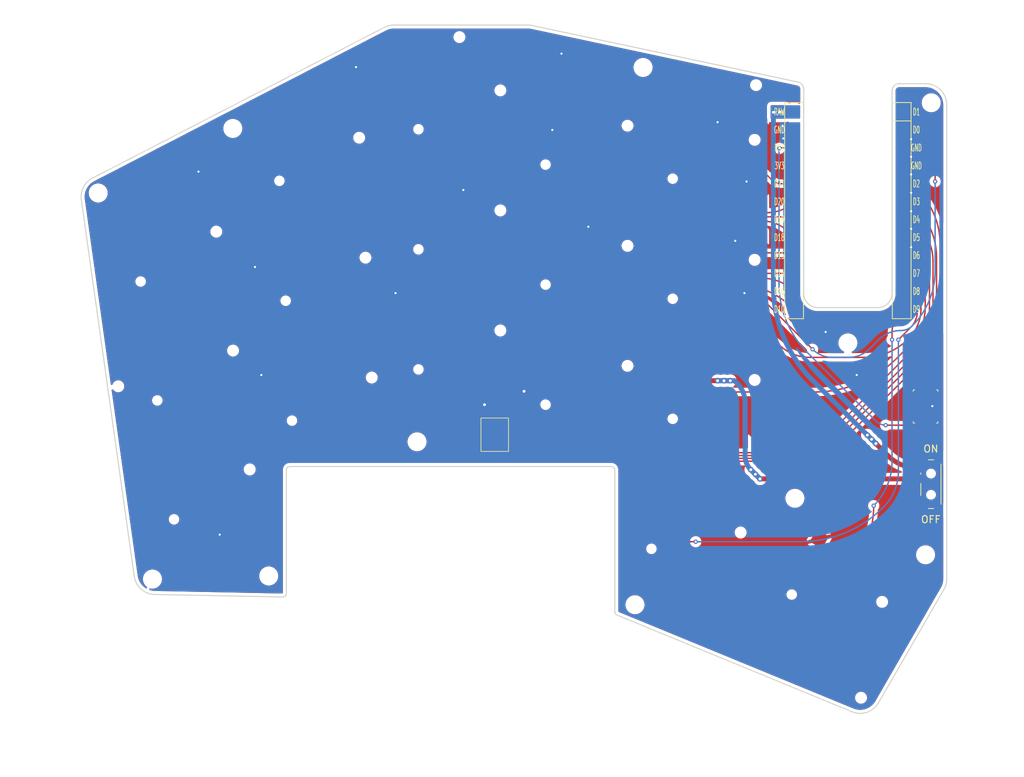
<source format=kicad_pcb>
(kicad_pcb (version 20241229) (generator "pcbnew") (generator_version "9.0")
  (title_block (title "slimsplaydy_left_unrouted") (date "2025-06-14") (rev "0.1") (company "huntercook"))
  (layers (0 "F.Cu" signal) (2 "B.Cu" signal) (13 "F.Paste" user) (15 "B.Paste" user) (5 "F.SilkS" user "F.Silkscreen") (7 "B.SilkS" user "B.Silkscreen") (1 "F.Mask" user) (3 "B.Mask" user) (25 "Edge.Cuts" user))
  (net 0 "")
  (net 1 "RAW")
  (net 2 "GND")
  (net 3 "RST")
  (net 5 "finger_inner_top")
  (net 6 "finger_index_top")
  (net 7 "finger_middle_top")
  (net 8 "finger_ring_top")
  (net 9 "finger_pinky_home")
  (net 10 "finger_ring_home")
  (net 11 "finger_middle_home")
  (net 12 "finger_index_home")
  (net 13 "finger_inner_home")
  (net 15 "finger_pinky_bottom")
  (net 16 "finger_ring_bottom")
  (net 17 "finger_middle_bottom")
  (net 18 "finger_index_bottom")
  (net 19 "finger_inner_bottom")
  (net 20 "finger_pinky_top")
  (net 21 "thumb_tucky_fan")
  (net 22 "thumb_reachy_fan")
  (net 23 "BAT_P")
  (footprint "ceoloide:mounting_hole_npth" (layer "F.Cu") (at 29.047876 -7.450245)
    (property "Reference" "MH10" (hide yes))
    (property "Value" "")
  )
  (footprint "ceoloide:mounting_hole_npth" (layer "F.Cu") (at 8.047876 11.549756)
    (property "Reference" "MH11" (hide yes))
    (property "Value" "")
  )
  (footprint "ceoloide:mounting_hole_npth" (layer "F.Cu") (at -16.095884 -42.675198 8)
    (property "Reference" "MH13" (hide yes))
    (property "Value" "")
  )
  (footprint "ceoloide:mounting_hole_npth" (layer "F.Cu") (at 101.847877 -55.450245)
    (property "Reference" "MH5" (hide yes))
    (property "Value" "")
  )
  (footprint "ceoloide:mounting_hole_npth" (layer "F.Cu") (at 35.047876 -64.750244)
    (property "Reference" "MH3" (hide yes))
    (property "Value" "")
  )
  (footprint "ceoloide:power_switch_smd_side" (layer "F.Cu") (at 101.797877 -1.450245)
    (property "Reference" "PWR1" (hide yes))
    (property "Value" "Power SW")
  )
  (footprint "PG1316S" (layer "F.Cu") (at 71.047877 -13.450245)
    (property "Reference" "S13" (hide yes))
    (property "Value" "PG1316S")
  )
  (footprint "PG1316S" (layer "F.Cu") (at 71.047877 -30.450245)
    (property "Reference" "S14" (hide yes))
    (property "Value" "PG1316S")
  )
  (footprint "ceoloide:mounting_hole_npth" (layer "F.Cu") (at 91.908797 28.792635 -30)
    (property "Reference" "MH1" (hide yes))
    (property "Value" "")
  )
  (footprint "PG1316S" (layer "F.Cu") (at 35.047876 -37.450245)
    (property "Reference" "S8" (hide yes))
    (property "Value" "PG1316S")
  )
  (footprint "PG1316S" (layer "F.Cu") (at 53.047877 -49.450245)
    (property "Reference" "S12" (hide yes))
    (property "Value" "PG1316S")
  )
  (footprint "ceoloide:mcu_nice_nano" (layer "F.Cu") (at 90.047877 -41.450245)
    (property "Reference" "MCU1" (hide yes))
    (property "Value" "nice_nano")
  )
  (footprint "PG1316S" (layer "F.Cu") (at 35.047876 -20.450245)
    (property "Reference" "S7" (hide yes))
    (property "Value" "PG1316S")
  )
  (footprint "ceoloide:mounting_hole_npth" (layer "F.Cu") (at 90.047877 -21.450245)
    (property "Reference" "MH6" (hide yes))
    (property "Value" "")
  )
  (footprint "ceoloide:mounting_hole_npth" (layer "F.Cu") (at -13.258891 -15.303653 8)
    (property "Reference" "MH2" (hide yes))
    (property "Value" "")
  )
  (footprint "PG1316S" (layer "F.Cu") (at 53.047877 -32.450245)
    (property "Reference" "S11" (hide yes))
    (property "Value" "PG1316S")
  )
  (footprint "ceoloide:mounting_hole_npth" (layer "F.Cu") (at -8.413529 11.987599 8)
    (property "Reference" "MH12" (hide yes))
    (property "Value" "")
  )
  (footprint "PG1316S" (layer "F.Cu") (at 0 0 8)
    (property "Reference" "S1" (hide yes))
    (property "Value" "PG1316S")
  )
  (footprint "PG1316S" (layer "F.Cu") (at 16.987109 -13.495486 3)
    (property "Reference" "S4" (hide yes))
    (property "Value" "PG1316S")
  )
  (footprint "PG1316S" (layer "F.Cu") (at -2.365943 -16.834557 8)
    (property "Reference" "S2" (hide yes))
    (property "Value" "PG1316S")
  )
  (footprint "PG1316S" (layer "F.Cu") (at 71.047877 -47.450245)
    (property "Reference" "S15" (hide yes))
    (property "Value" "PG1316S")
  )
  (footprint "PG1316S" (layer "F.Cu") (at 35.047876 -54.450245)
    (property "Reference" "S9" (hide yes))
    (property "Value" "PG1316S")
  )
  (footprint "PG1316S" (layer "F.Cu") (at 53.047877 -15.450245)
    (property "Reference" "S10" (hide yes))
    (property "Value" "PG1316S")
  )
  (footprint "ceoloide:mounting_hole_npth" (layer "F.Cu") (at 101.047877 8.549755)
    (property "Reference" "MH8" (hide yes))
    (property "Value" "")
  )
  (footprint "ceoloide:mounting_hole_npth" (layer "F.Cu") (at 59.905312 15.622025 -15)
    (property "Reference" "MH9" (hide yes))
    (property "Value" "")
  )
  (footprint "ceoloide:reset_switch_smd_side" (layer "F.Cu") (at 101.047877 -12.450245 -90)
    (property "Reference" "RST1" (hide yes))
    (property "Value" "Reset SW")
  )
  (footprint "PG1316S" (layer "F.Cu") (at -4.731885 -33.669114 8)
    (property "Reference" "S3" (hide yes))
    (property "Value" "PG1316S")
  )
  (footprint "PG1316S" (layer "F.Cu") (at 88.498543 14.699368 -30)
    (property "Reference" "S17" (hide yes))
    (property "Value" "PG1316S")
  )
  (footprint "ceoloide:mounting_hole_npth" (layer "F.Cu") (at 61.047877 -60.450245)
    (property "Reference" "MH15" (hide yes))
    (property "Value" "")
  )
  (footprint "PG1316S" (layer "F.Cu") (at 68.547877 6.549755 -15)
    (property "Reference" "S16" (hide yes))
    (property "Value" "PG1316S")
  )
  (footprint "ceoloide:mounting_hole_npth" (layer "F.Cu") (at 77.047877 -57.950245)
    (property "Reference" "MH4" (hide yes))
    (property "Value" "")
  )
  (footprint "Molex_Pico_EZMate_Plus_1x02" (layer "F.Cu") (at 40.047876 -8.450245)
    (property "Reference" "CONN1" (hide yes))
    (property "Value" "Battery Connector")
  )
  (footprint "ceoloide:mounting_hole_npth" (layer "F.Cu") (at 82.547877 0.549755)
    (property "Reference" "MH7" (hide yes))
    (property "Value" "")
  )
  (footprint "ceoloide:mounting_hole_npth" (layer "F.Cu") (at 2.962452 -51.814006 3)
    (property "Reference" "MH14" (hide yes))
    (property "Value" "")
  )
  (footprint "PG1316S" (layer "F.Cu") (at 16.097398 -30.472188 3)
    (property "Reference" "S5" (hide yes))
    (property "Value" "PG1316S")
  )
  (footprint "PG1316S" (layer "F.Cu") (at 15.207686 -47.44889 3)
    (property "Reference" "S6" (hide yes))
    (property "Value" "PG1316S")
  )
  (footprint "magsafe" (layer "B.Cu") (at 45.047877 -32.450245)
    (property "Reference" "MAG1" (hide yes))
    (property "Value" "")
  )
  (gr_line (start 10.037933 14.529291) (end -8.083261 14.168844) (stroke (width 0.15)) (layer "Edge.Cuts"))
  (gr_arc (start -18.484237 -41.705976) (mid -18.178284 -43.501382) (end -16.890158 -44.788947) (stroke (width 0.15)) (layer "Edge.Cuts"))
  (gr_arc (start -8.083261 14.168844) (mid -10.014194 13.413883) (end -10.994404 11.586957) (stroke (width 0.15)) (layer "Edge.Cuts"))
  (gr_line (start -16.890158 -44.788947) (end 24.400162 -66.115696) (stroke (width 0.15)) (layer "Edge.Cuts"))
  (gr_arc (start 44.732181 -66.450245) (mid 45.046143 -66.433773) (end 45.356657 -66.38453) (stroke (width 0.15)) (layer "Edge.Cuts"))
  (gr_line (start 11.047876 -3.950245) (end 56.547876 -3.950245) (stroke (width 0.15)) (layer "Edge.Cuts"))
  (gr_arc (start 104.047877 11.946544) (mid 103.945797 12.722423) (end 103.646546 13.445516) (stroke (width 0.15)) (layer "Edge.Cuts"))
  (gr_line (start 85.797877 -26.450245) (end 94.297877 -26.450245) (stroke (width 0.15)) (layer "Edge.Cuts"))
  (gr_arc (start 10.547876 -3.450245) (mid 10.694323 -3.803798) (end 11.047876 -3.950245) (stroke (width 0.15)) (layer "Edge.Cuts"))
  (gr_arc (start 57.357667 17.082967) (mid 57.132482 16.898854) (end 57.047876 16.62056) (stroke (width 0.15)) (layer "Edge.Cuts"))
  (gr_arc (start 83.006036 -58.371969) (mid 83.575103 -58.023096) (end 83.797877 -57.393874) (stroke (width 0.15)) (layer "Edge.Cuts"))
  (gr_arc (start 94.385703 29.500432) (mid 92.755394 30.840913) (end 90.645777 30.775903) (stroke (width 0.15)) (layer "Edge.Cuts"))
  (gr_line (start 90.645777 30.775903) (end 57.357667 17.082967) (stroke (width 0.15)) (layer "Edge.Cuts"))
  (gr_arc (start 101.047877 -58.150245) (mid 103.169228 -57.271576) (end 104.047877 -55.150245) (stroke (width 0.15)) (layer "Edge.Cuts"))
  (gr_line (start 97.299932 -58.150245) (end 101.047877 -58.150245) (stroke (width 0.15)) (layer "Edge.Cuts"))
  (gr_arc (start 24.400162 -66.115696) (mid 25.068492 -66.365407) (end 25.776887 -66.450245) (stroke (width 0.15)) (layer "Edge.Cuts"))
  (gr_arc (start 56.547876 -3.950245) (mid 56.901461 -3.80381) (end 57.047876 -3.450245) (stroke (width 0.15)) (layer "Edge.Cuts"))
  (gr_line (start 45.356657 -66.38453) (end 83.006036 -58.371969) (stroke (width 0.15)) (layer "Edge.Cuts"))
  (gr_arc (start 85.797877 -26.450245) (mid 84.383694 -27.036042) (end 83.797877 -28.450245) (stroke (width 0.15)) (layer "Edge.Cuts"))
  (gr_arc (start 10.547876 14.02939) (mid 10.397898 14.386439) (end 10.037933 14.529291) (stroke (width 0.15)) (layer "Edge.Cuts"))
  (gr_line (start 103.646546 13.445516) (end 94.385703 29.500432) (stroke (width 0.15)) (layer "Edge.Cuts"))
  (gr_line (start 83.797877 -57.393874) (end 83.797877 -28.450245) (stroke (width 0.15)) (layer "Edge.Cuts"))
  (gr_line (start 104.047877 -55.150245) (end 104.047877 11.946544) (stroke (width 0.15)) (layer "Edge.Cuts"))
  (gr_arc (start 96.299932 -57.150317) (mid 96.592869 -57.857337) (end 97.299932 -58.150245) (stroke (width 0.15)) (layer "Edge.Cuts"))
  (gr_line (start 96.297877 -28.450245) (end 96.299932 -57.150317) (stroke (width 0.15)) (layer "Edge.Cuts"))
  (gr_line (start -10.994404 11.586957) (end -18.484237 -41.705976) (stroke (width 0.15)) (layer "Edge.Cuts"))
  (gr_arc (start 96.297877 -28.450245) (mid 95.712105 -27.03601) (end 94.297877 -26.450245) (stroke (width 0.15)) (layer "Edge.Cuts"))
  (gr_line (start 25.776887 -66.450245) (end 44.732181 -66.450245) (stroke (width 0.15)) (layer "Edge.Cuts"))
  (gr_line (start 10.547876 14.02939) (end 10.547876 -3.450245) (stroke (width 0.15)) (layer "Edge.Cuts"))
  (gr_line (start 57.047876 -3.450245) (end 57.047876 16.62056) (stroke (width 0.15)) (layer "Edge.Cuts"))
  (segment (start 92.8 -8.4) (end 94 -7.2) (width 0.7) (layer "F.Cu") (net 1))
  (segment (start 82.427877 -54.150245) (end 80.4 -54.150245) (width 0.7) (layer "F.Cu") (net 1))
  (segment (start 79.550245 -54.150245) (end 79.5 -54.1) (width 0.7) (layer "F.Cu") (net 1))
  (segment (start 94 -7.2) (end 95.687408 -5.512592) (width 0.7) (layer "F.Cu") (net 1))
  (segment (start 80.4 -54.150245) (end 79.550245 -54.150245) (width 0.7) (layer "F.Cu") (net 1))
  (via (at 92.8 -8.4) (size 0.8) (drill 0.4) (layers "F.Cu" "B.Cu") (net 1))
  (via (at 93.4 -7.8) (size 0.8) (drill 0.4) (layers "F.Cu" "B.Cu") (net 1))
  (via (at 94 -7.2) (size 0.8) (drill 0.4) (layers "F.Cu" "B.Cu") (net 1))
  (via (at 80.4 -54.150245) (size 0.8) (drill 0.4) (layers "F.Cu" "B.Cu") (net 1))
  (via (at 79.5 -54.1) (size 0.8) (drill 0.4) (layers "F.Cu" "B.Cu") (net 1))
  (arc (start 95.687408 -5.512592) (mid 97.694855 -4.171259) (end 100.062877 -3.700245) (width 0.7) (layer "F.Cu") (net 1))
  (segment (start 92.8 -8.4) (end 93.4 -7.8) (width 0.7) (layer "B.Cu") (net 1))
  (segment (start 79.5 -53.3) (end 79.5 -51.3) (width 0.7) (layer "B.Cu") (net 1))
  (segment (start 93.4 -7.8) (end 94 -7.2) (width 0.7) (layer "B.Cu") (net 1))
  (segment (start 79.5 -54.1) (end 79.5 -53.3) (width 0.7) (layer "B.Cu") (net 1))
  (segment (start 85.0055 -16.1945) (end 92.8 -8.4) (width 0.7) (layer "B.Cu") (net 1))
  (segment (start 79.5 -51.3) (end 79.5 -29.485953) (width 0.7) (layer "B.Cu") (net 1))
  (arc (start 79.5 -29.485953) (mid 80.930833 -22.29267) (end 85.0055 -16.1945) (width 0.7) (layer "B.Cu") (net 1))
  (via (at 38.6 -12.7) (size 0.8) (drill 0.4) (layers "F.Cu" "B.Cu") (net 2))
  (via (at 48.2 -51.6) (size 0.6) (drill 0.3) (layers "F.Cu" "B.Cu") (net 2))
  (via (at 91.3 -16.9) (size 0.6) (drill 0.3) (layers "F.Cu" "B.Cu") (net 2))
  (via (at 102 -12.5) (size 0.6) (drill 0.3) (layers "F.Cu" "B.Cu") (net 2))
  (via (at 99 -40.1) (size 0.6) (drill 0.3) (layers "F.Cu" "B.Cu") (net 2))
  (via (at 75.4 -28.5) (size 0.6) (drill 0.3) (layers "F.Cu" "B.Cu") (net 2))
  (via (at 99 -45.3) (size 0.6) (drill 0.3) (layers "F.Cu" "B.Cu") (net 2))
  (via (at 99 -42.7) (size 0.6) (drill 0.3) (layers "F.Cu" "B.Cu") (net 2))
  (via (at 53.3 -37.9) (size 0.6) (drill 0.3) (layers "F.Cu" "B.Cu") (net 2))
  (via (at 71.6 -52.7) (size 0.6) (drill 0.3) (layers "F.Cu" "B.Cu") (net 2))
  (via (at 35.6 -43.1) (size 0.6) (drill 0.3) (layers "F.Cu" "B.Cu") (net 2))
  (via (at 44.2 -14.6) (size 0.8) (drill 0.4) (layers "F.Cu" "B.Cu") (net 2))
  (via (at 20.4 -60.5) (size 0.6) (drill 0.3) (layers "F.Cu" "B.Cu") (net 2))
  (via (at 99 -47.8) (size 0.6) (drill 0.3) (layers "F.Cu" "B.Cu") (net 2))
  (via (at 99 -37.6) (size 0.6) (drill 0.3) (layers "F.Cu" "B.Cu") (net 2))
  (via (at 49.5 -62.4) (size 0.6) (drill 0.3) (layers "F.Cu" "B.Cu") (net 2))
  (via (at 75.7 -44.3) (size 0.6) (drill 0.3) (layers "F.Cu" "B.Cu") (net 2))
  (via (at 80.9 -50.4) (size 0.6) (drill 0.3) (layers "F.Cu" "B.Cu") (net 2))
  (via (at 6.1 -32.2) (size 0.6) (drill 0.3) (layers "F.Cu" "B.Cu") (net 2))
  (via (at -1.9 -45.7) (size 0.6) (drill 0.3) (layers "F.Cu" "B.Cu") (net 2))
  (via (at 26 -28.5) (size 0.6) (drill 0.3) (layers "F.Cu" "B.Cu") (net 2))
  (via (at 74.1 -35.9) (size 0.6) (drill 0.3) (layers "F.Cu" "B.Cu") (net 2))
  (via (at 1.1 5.7) (size 0.6) (drill 0.3) (layers "F.Cu" "B.Cu") (net 2))
  (via (at 99 -50.3) (size 0.6) (drill 0.3) (layers "F.Cu" "B.Cu") (net 2))
  (via (at 80.8 -52.2) (size 0.6) (drill 0.3) (layers "F.Cu" "B.Cu") (net 2))
  (via (at 99 -35) (size 0.6) (drill 0.3) (layers "F.Cu" "B.Cu") (net 2))
  (via (at 86.9 -23) (size 0.6) (drill 0.3) (layers "F.Cu" "B.Cu") (net 2))
  (via (at 7 -16.9) (size 0.6) (drill 0.3) (layers "F.Cu" "B.Cu") (net 2))
  (segment (start 100.197877 -15.075245) (end 100.197877 -9.825245) (width 0.2) (layer "F.Cu") (net 3))
  (segment (start 100.172632 -9.8) (end 100.197877 -9.825245) (width 0.2) (layer "F.Cu") (net 3))
  (segment (start 80.420245 -49.070245) (end 80.35 -49) (width 0.2) (layer "F.Cu") (net 3))
  (segment (start 95.4 -9.8) (end 100.172632 -9.8) (width 0.2) (layer "F.Cu") (net 3))
  (segment (start 82.427877 -49.070245) (end 80.420245 -49.070245) (width 0.2) (layer "F.Cu") (net 3))
  (via (at 95.4 -9.8) (size 0.6) (drill 0.3) (layers "F.Cu" "B.Cu") (net 3))
  (via (at 80.35 -49) (size 0.6) (drill 0.3) (layers "F.Cu" "B.Cu") (net 3))
  (segment (start 80.3 -29.781186) (end 80.3 -48.95) (width 0.2) (layer "B.Cu") (net 3))
  (segment (start 94.034301 -10.365699) (end 84.317204 -20.082796) (width 0.2) (layer "B.Cu") (net 3))
  (segment (start 80.3 -48.95) (end 80.35 -49) (width 0.2) (layer "B.Cu") (net 3))
  (arc (start 80.3 -29.781186) (mid 81.344037 -24.532455) (end 84.317204 -20.082796) (width 0.2) (layer "B.Cu") (net 3))
  (arc (start 95.4 -9.8) (mid 94.660899 -9.947021) (end 94.034301 -10.365699) (width 0.2) (layer "B.Cu") (net 3))
  (segment (start 75.471573 -47.5) (end 71.128427 -47.5) (width 0.2) (layer "F.Cu") (net 5))
  (segment (start 68.872877 -45.24445) (end 68.872877 -44.800245) (width 0.2) (layer "F.Cu") (net 5))
  (segment (start 82.427877 -43.990245) (end 80.638182 -43.990245) (width 0.2) (layer "F.Cu") (net 5))
  (segment (start 69.714213 -46.914213) (end 69.458663 -46.658663) (width 0.2) (layer "F.Cu") (net 5))
  (segment (start 79.223968 -44.576032) (end 76.885786 -46.914214) (width 0.2) (layer "F.Cu") (net 5))
  (arc (start 79.223968 -44.576032) (mid 79.872815 -44.142486) (end 80.638182 -43.990245) (width 0.2) (layer "F.Cu") (net 5))
  (arc (start 69.714213 -46.914213) (mid 70.36306 -47.347759) (end 71.128427 -47.5) (width 0.2) (layer "F.Cu") (net 5))
  (arc (start 75.471573 -47.5) (mid 76.23694 -47.347759) (end 76.885786 -46.914214) (width 0.2) (layer "F.Cu") (net 5))
  (arc (start 69.458663 -46.658663) (mid 69.025118 -46.009817) (end 68.872877 -45.24445) (width 0.2) (layer "F.Cu") (net 5))
  (segment (start 62.214213 -40.485787) (end 61.885786 -40.814214) (width 0.2) (layer "F.Cu") (net 6))
  (segment (start 52.210551 -44.189449) (end 51.773089 -44.626911) (width 0.2) (layer "F.Cu") (net 6))
  (segment (start 78.685332 -39.9) (end 63.628427 -39.9) (width 0.2) (layer "F.Cu") (net 6))
  (segment (start 60.471573 -41.4) (end 58.944876 -41.4) (width 0.2) (layer "F.Cu") (net 6))
  (arc (start 50.872877 -46.800245) (mid 51.106835 -45.624032) (end 51.773089 -44.626911) (width 0.2) (layer "F.Cu") (net 6))
  (arc (start 62.214213 -40.485787) (mid 62.86306 -40.052241) (end 63.628427 -39.9) (width 0.2) (layer "F.Cu") (net 6))
  (arc (start 61.885786 -40.814214) (mid 61.23694 -41.247759) (end 60.471573 -41.4) (width 0.2) (layer "F.Cu") (net 6))
  (arc (start 52.210551 -44.189449) (mid 55.300286 -42.124954) (end 58.944876 -41.4) (width 0.2) (layer "F.Cu") (net 6))
  (arc (start 78.685332 -39.9) (mid 80.710754 -40.302881) (end 82.427877 -41.450245) (width 0.2) (layer "F.Cu") (net 6))
  (segment (start 62.014213 -39.885787) (end 61.685786 -40.214214) (width 0.2) (layer "F.Cu") (net 7))
  (segment (start 44.66837 -45.9) (end 39.697726 -45.9) (width 0.2) (layer "F.Cu") (net 7))
  (segment (start 48.334466 -44.165534) (end 47.965868 -44.534132) (width 0.2) (layer "F.Cu") (net 7))
  (segment (start 82.427877 -38.910245) (end 82.331015 -39.007107) (width 0.2) (layer "F.Cu") (net 7))
  (segment (start 60.271573 -40.8) (end 56.459585 -40.8) (width 0.2) (layer "F.Cu") (net 7))
  (segment (start 81.623908 -39.3) (end 63.428427 -39.3) (width 0.2) (layer "F.Cu") (net 7))
  (arc (start 48.334466 -44.165534) (mid 52.062302 -41.674673) (end 56.459585 -40.8) (width 0.2) (layer "F.Cu") (net 7))
  (arc (start 34.409495 -48.090505) (mid 36.835801 -46.469272) (end 39.697726 -45.9) (width 0.2) (layer "F.Cu") (net 7))
  (arc (start 61.685786 -40.214214) (mid 61.03694 -40.647759) (end 60.271573 -40.8) (width 0.2) (layer "F.Cu") (net 7))
  (arc (start 63.428427 -39.3) (mid 62.66306 -39.452241) (end 62.014213 -39.885787) (width 0.2) (layer "F.Cu") (net 7))
  (arc (start 34.409495 -48.090505) (mid 33.27223 -49.792543) (end 32.872876 -51.800245) (width 0.2) (layer "F.Cu") (net 7))
  (arc (start 82.331015 -39.007107) (mid 82.006592 -39.22388) (end 81.623908 -39.3) (width 0.2) (layer "F.Cu") (net 7))
  (arc (start 47.965868 -44.534132) (mid 46.452963 -45.545023) (end 44.66837 -45.9) (width 0.2) (layer "F.Cu") (net 7))
  (segment (start 24.368918 -43.431082) (end 23.671982 -44.128018) (width 0.2) (layer "F.Cu") (net 8))
  (segment (start 47.107647 -41.151245) (end 29.872917 -41.151245) (width 0.2) (layer "F.Cu") (net 8))
  (segment (start 82.427877 -36.370245) (end 81.609714 -37.188413) (width 0.2) (layer "F.Cu") (net 8))
  (segment (start 61.714213 -39.285787) (end 61.685786 -39.314214) (width 0.2) (layer "F.Cu") (net 8))
  (segment (start 77.960433 -38.7) (end 63.128303 -38.7) (width 0.2) (layer "F.Cu") (net 8))
  (segment (start 60.271573 -39.9) (end 50.128427 -39.9) (width 0.2) (layer "F.Cu") (net 8))
  (segment (start 13.174357 -45.652365) (end 13.174357 -44.688691) (width 0.2) (layer "F.Cu") (net 8))
  (segment (start 15.028289 -47.3) (end 16.01405 -47.300007) (width 0.2) (layer "F.Cu") (net 8))
  (arc (start 15.028289 -47.3) (mid 14.263053 -47.147783) (end 13.614213 -46.714213) (width 0.2) (layer "F.Cu") (net 8))
  (arc (start 13.614213 -46.714213) (mid 13.288664 -46.227019) (end 13.174357 -45.652365) (width 0.2) (layer "F.Cu") (net 8))
  (arc (start 81.609714 -37.188413) (mid 79.935411 -38.307152) (end 77.960433 -38.7) (width 0.2) (layer "F.Cu") (net 8))
  (arc (start 23.671982 -44.128018) (mid 20.158493 -46.475649) (end 16.01405 -47.300007) (width 0.2) (layer "F.Cu") (net 8))
  (arc (start 61.714213 -39.285787) (mid 62.363059 -38.852215) (end 63.128303 -38.7) (width 0.2) (layer "F.Cu") (net 8))
  (arc (start 48.714213 -40.485787) (mid 49.36306 -40.052241) (end 50.128427 -39.9) (width 0.2) (layer "F.Cu") (net 8))
  (arc (start 47.107647 -41.151245) (mid 47.977117 -40.978297) (end 48.714213 -40.485787) (width 0.2) (layer "F.Cu") (net 8))
  (arc (start 29.872917 -41.151245) (mid 26.894181 -41.743752) (end 24.368918 -43.431082) (width 0.2) (layer "F.Cu") (net 8))
  (arc (start 61.685786 -39.314214) (mid 61.03694 -39.747759) (end 60.271573 -39.9) (width 0.2) (layer "F.Cu") (net 8))
  (segment (start -9 -31.843235) (end -9 -31.056813) (width 0.2) (layer "F.Cu") (net 9))
  (segment (start 43.803537 -35.796463) (end 42.987153 -36.612847) (width 0.2) (layer "F.Cu") (net 9))
  (segment (start 82.427877 -33.830245) (end 82.351015 -33.907107) (width 0.2) (layer "F.Cu") (net 9))
  (segment (start 37.465478 -38.9) (end 2.37983 -38.9) (width 0.2) (layer "F.Cu") (net 9))
  (segment (start -4.150967 -19.350355) (end -4.150967 -13.907645) (width 0.2) (layer "F.Cu") (net 9))
  (segment (start 81.643908 -34.2) (end 47.657741 -34.2) (width 0.2) (layer "F.Cu") (net 9))
  (arc (start -9 -31.056813) (mid -8.695526 -29.526118) (end -7.828427 -28.228427) (width 0.2) (layer "F.Cu") (net 9))
  (arc (start 37.465478 -38.9) (mid 40.453787 -38.305588) (end 42.987153 -36.612847) (width 0.2) (layer "F.Cu") (net 9))
  (arc (start -7.828427 -28.228427) (mid -5.10669 -24.155095) (end -4.150967 -19.350355) (width 0.2) (layer "F.Cu") (net 9))
  (arc (start 47.657741 -34.2) (mid 45.571861 -34.614907) (end 43.803537 -35.796463) (width 0.2) (layer "F.Cu") (net 9))
  (arc (start -7.828427 -34.671573) (mid -8.695535 -33.373886) (end -9 -31.843235) (width 0.2) (layer "F.Cu") (net 9))
  (arc (start 2.37983 -38.9) (mid -3.144837 -37.80107) (end -7.828427 -34.671573) (width 0.2) (layer "F.Cu") (net 9))
  (arc (start 81.643908 -34.2) (mid 82.026591 -34.12388) (end 82.351015 -33.907107) (width 0.2) (layer "F.Cu") (net 9))
  (segment (start 17.821121 -31.3) (end 16.460827 -31.3) (width 0.2) (layer "F.Cu") (net 10))
  (segment (start 42.302645 -34.797355) (end 41.664269 -35.435731) (width 0.2) (layer "F.Cu") (net 10))
  (segment (start 14.064069 -29.135622) (end 14.064069 -27.711989) (width 0.2) (layer "F.Cu") (net 10))
  (segment (start 82.427877 -31.290245) (end 64.33371 -31.290245) (width 0.2) (layer "F.Cu") (net 10))
  (segment (start 61.171606 -32.6) (end 47.607529 -32.6) (width 0.2) (layer "F.Cu") (net 10))
  (segment (start 36.922102 -37.4) (end 32.547832 -37.4) (width 0.2) (layer "F.Cu") (net 10))
  (arc (start 16.460827 -31.3) (mid 15.480751 -31.105051) (end 14.649855 -30.549855) (width 0.2) (layer "F.Cu") (net 10))
  (arc (start 32.547832 -37.4) (mid 29.639614 -36.821519) (end 27.174152 -35.174152) (width 0.2) (layer "F.Cu") (net 10))
  (arc (start 27.174152 -35.174152) (mid 22.882945 -32.306859) (end 17.821121 -31.3) (width 0.2) (layer "F.Cu") (net 10))
  (arc (start 36.922102 -37.4) (mid 39.488544 -36.889503) (end 41.664269 -35.435731) (width 0.2) (layer "F.Cu") (net 10))
  (arc (start 64.33371 -31.290245) (mid 63.387699 -31.478418) (end 62.585786 -32.014214) (width 0.2) (layer "F.Cu") (net 10))
  (arc (start 42.302645 -34.797355) (mid 44.736546 -33.171074) (end 47.607529 -32.6) (width 0.2) (layer "F.Cu") (net 10))
  (arc (start 62.585786 -32.014214) (mid 61.936932 -32.44777) (end 61.171606 -32.6) (width 0.2) (layer "F.Cu") (net 10))
  (arc (start 14.649855 -30.549855) (mid 14.216315 -29.901011) (end 14.064069 -29.135622) (width 0.2) (layer "F.Cu") (net 10))
  (segment (start 60.571573 -31.9) (end 47.374491 -31.9) (width 0.2) (layer "F.Cu") (net 11))
  (segment (start 42.126007 -34.073993) (end 41.527827 -34.672173) (width 0.2) (layer "F.Cu") (net 11))
  (segment (start 36.632218 -36.7) (end 34.214037 -36.7) (width 0.2) (layer "F.Cu") (net 11))
  (segment (start 32.872876 -35.558662) (end 32.872876 -34.800245) (width 0.2) (layer "F.Cu") (net 11))
  (segment (start 77.962195 -30.6) (end 63.710027 -30.6) (width 0.2) (layer "F.Cu") (net 11))
  (arc (start 32.872876 -35.558662) (mid 32.948996 -35.941345) (end 33.165769 -36.265769) (width 0.2) (layer "F.Cu") (net 11))
  (arc (start 61.985786 -31.314214) (mid 61.33694 -31.747759) (end 60.571573 -31.9) (width 0.2) (layer "F.Cu") (net 11))
  (arc (start 61.985786 -31.314214) (mid 62.776884 -30.785614) (end 63.710027 -30.6) (width 0.2) (layer "F.Cu") (net 11))
  (arc (start 77.962195 -30.6) (mid 80.378997 -30.119268) (end 82.427877 -28.750245) (width 0.2) (layer "F.Cu") (net 11))
  (arc (start 36.632218 -36.7) (mid 39.281702 -36.172985) (end 41.527827 -34.672173) (width 0.2) (layer "F.Cu") (net 11))
  (arc (start 47.374491 -31.9) (mid 44.534032 -32.465002) (end 42.126007 -34.073993) (width 0.2) (layer "F.Cu") (net 11))
  (arc (start 34.214037 -36.7) (mid 33.64674 -36.587158) (end 33.165769 -36.265769) (width 0.2) (layer "F.Cu") (net 11))
  (segment (start 60.105473 -31.299) (end 53.200059 -31.299) (width 0.2) (layer "F.Cu") (net 12))
  (segment (start 73.52258 -29.899) (end 63.485371 -29.899) (width 0.2) (layer "F.Cu") (net 12))
  (segment (start 51.785845 -30.713213) (end 50.872877 -29.800245) (width 0.2) (layer "F.Cu") (net 12))
  (arc (start 53.200059 -31.299) (mid 52.434692 -31.146759) (end 51.785845 -30.713213) (width 0.2) (layer "F.Cu") (net 12))
  (arc (start 60.105473 -31.299) (mid 60.87084 -31.146759) (end 61.519686 -30.713214) (width 0.2) (layer "F.Cu") (net 12))
  (arc (start 82.427877 -26.210245) (mid 78.342037 -28.94035) (end 73.52258 -29.899) (width 0.2) (layer "F.Cu") (net 12))
  (arc (start 63.485371 -29.899) (mid 62.421549 -30.110607) (end 61.519686 -30.713214) (width 0.2) (layer "F.Cu") (net 12))
  (segment (start 101.8115 -51.285786) (end 99.851562 -53.245724) (width 0.2) (layer "F.Cu") (net 13))
  (segment (start 69.514213 -25.585787) (end 69.458663 -25.641337) (width 0.2) (layer "F.Cu") (net 13))
  (segment (start 102.4 -44.3) (end 102.4 -49.871836) (width 0.2) (layer "F.Cu") (net 13))
  (segment (start 85.05 -20.55) (end 78.885786 -26.714214) (width 0.2) (layer "F.Cu") (net 13))
  (segment (start 77.471573 -27.3) (end 77.328427 -27.3) (width 0.2) (layer "F.Cu") (net 13))
  (segment (start 101.814214 -51.285786) (end 101.8115 -51.285786) (width 0.2) (layer "F.Cu") (net 13))
  (segment (start 68.872877 -27.05555) (end 68.872877 -27.800245) (width 0.2) (layer "F.Cu") (net 13))
  (segment (start 73.371573 -25) (end 70.928427 -25) (width 0.2) (layer "F.Cu") (net 13))
  (segment (start 75.914213 -26.714213) (end 74.785786 -25.585786) (width 0.2) (layer "F.Cu") (net 13))
  (via (at 102.4 -44.3) (size 0.6) (drill 0.3) (layers "F.Cu" "B.Cu") (net 13))
  (via (at 85.05 -20.55) (size 0.6) (drill 0.3) (layers "F.Cu" "B.Cu") (net 13))
  (arc (start 78.885786 -26.714214) (mid 78.23694 -27.147759) (end 77.471573 -27.3) (width 0.2) (layer "F.Cu") (net 13))
  (arc (start 102.4 -49.871836) (mid 102.247784 -50.637016) (end 101.814214 -51.285786) (width 0.2) (layer "F.Cu") (net 13))
  (arc (start 74.785786 -25.585786) (mid 74.13694 -25.152241) (end 73.371573 -25) (width 0.2) (layer "F.Cu") (net 13))
  (arc (start 77.328427 -27.3) (mid 76.56306 -27.147759) (end 75.914213 -26.714213) (width 0.2) (layer "F.Cu") (net 13))
  (arc (start 70.928427 -25) (mid 70.16306 -25.152241) (end 69.514213 -25.585787) (width 0.2) (layer "F.Cu") (net 13))
  (arc (start 69.458663 -25.641337) (mid 69.025118 -26.290183) (end 68.872877 -27.05555) (width 0.2) (layer "F.Cu") (net 13))
  (arc (start 97.667877 -54.150245) (mid 98.849668 -53.915168) (end 99.851562 -53.245724) (width 0.2) (layer "F.Cu") (net 13))
  (segment (start 87.826325 -19.4) (end 90.2 -19.4) (width 0.2) (layer "B.Cu") (net 13))
  (segment (start 102.4 -31.653771) (end 102.4 -44.3) (width 0.2) (layer "B.Cu") (net 13))
  (segment (start 93.102117 -20.602117) (end 94.4 -21.9) (width 0.2) (layer "B.Cu") (net 13))
  (arc (start 85.05 -20.55) (mid 86.323797 -19.698871) (end 87.826325 -19.4) (width 0.2) (layer "B.Cu") (net 13))
  (arc (start 97.53835 -23.2) (mid 98.426801 -23.376718) (end 99.179967 -23.879967) (width 0.2) (layer "B.Cu") (net 13))
  (arc (start 99.179967 -23.879967) (mid 101.563149 -27.446635) (end 102.4 -31.653771) (width 0.2) (layer "B.Cu") (net 13))
  (arc (start 94.4 -21.9) (mid 95.839936 -22.862165) (end 97.53835 -23.2) (width 0.2) (layer "B.Cu") (net 13))
  (arc (start 90.2 -19.4) (mid 91.770591 -19.71242) (end 93.102117 -20.602117) (width 0.2) (layer "B.Cu") (net 13))
  (segment (start -1.785024 2.745511) (end -1.785024 2.926912) (width 0.2) (layer "F.Cu") (net 15))
  (segment (start 103.1 -35.457416) (end 103.1 -25.486651) (width 0.2) (layer "F.Cu") (net 15))
  (segment (start 4.246273 -4.114213) (end -1.199238 1.331298) (width 0.2) (layer "F.Cu") (net 15))
  (segment (start 80.183006 -4.7) (end 5.660487 -4.7) (width 0.2) (layer "F.Cu") (net 15))
  (segment (start 100.210302 -18.510302) (end 90.796078 -9.096078) (width 0.2) (layer "F.Cu") (net 15))
  (arc (start 80.183006 -4.7) (mid 85.926759 -5.842503) (end 90.796078 -9.096078) (width 0.2) (layer "F.Cu") (net 15))
  (arc (start 4.246273 -4.114213) (mid 4.89512 -4.547759) (end 5.660487 -4.7) (width 0.2) (layer "F.Cu") (net 15))
  (arc (start 103.1 -25.486651) (mid 102.348992 -21.711078) (end 100.210302 -18.510302) (width 0.2) (layer "F.Cu") (net 15))
  (arc (start -1.199238 1.331298) (mid -1.632783 1.980144) (end -1.785024 2.745511) (width 0.2) (layer "F.Cu") (net 15))
  (arc (start 97.667877 -43.990245) (mid 98.907616 -43.743658) (end 99.958565 -43.041435) (width 0.2) (layer "F.Cu") (net 15))
  (arc (start 103.1 -35.457416) (mid 102.283581 -39.561829) (end 99.958565 -43.041435) (width 0.2) (layer "F.Cu") (net 15))
  (segment (start 102.6 -33.578159) (end 102.6 -25.797842) (width 0.2) (layer "F.Cu") (net 16))
  (segment (start 99.84381 -19.14381) (end 90.243386 -9.543386) (width 0.2) (layer "F.Cu") (net 16))
  (segment (start 79.518517 -5.101) (end 19.467126 -5.101) (width 0.2) (layer "F.Cu") (net 16))
  (segment (start 14.95378 -9.618985) (end 14.95378 -10.735287) (width 0.2) (layer "F.Cu") (net 16))
  (arc (start 102.6 -33.578159) (mid 101.842525 -37.386244) (end 99.685406 -40.614594) (width 0.2) (layer "F.Cu") (net 16))
  (arc (start 97.667877 -41.450245) (mid 98.759797 -41.233066) (end 99.685406 -40.614594) (width 0.2) (layer "F.Cu") (net 16))
  (arc (start 79.518517 -5.101) (mid 85.322774 -6.255538) (end 90.243386 -9.543386) (width 0.2) (layer "F.Cu") (net 16))
  (arc (start 19.467126 -5.101) (mid 17.741203 -5.444307) (end 16.278036 -6.421964) (width 0.2) (layer "F.Cu") (net 16))
  (arc (start 16.278036 -6.421964) (mid 15.297939 -7.888777) (end 14.95378 -9.618985) (width 0.2) (layer "F.Cu") (net 16))
  (arc (start 102.6 -25.797842) (mid 101.88369 -22.196706) (end 99.84381 -19.14381) (width 0.2) (layer "F.Cu") (net 16))
  (segment (start 99.426891 -19.626891) (end 89.746478 -9.946478) (width 0.2) (layer "F.Cu") (net 17))
  (segment (start 35.44945 -7.05255) (end 35.222401 -7.279599) (width 0.2) (layer "F.Cu") (net 17))
  (segment (start 32.872876 -12.951854) (end 32.872876 -17.800245) (width 0.2) (layer "F.Cu") (net 17))
  (segment (start 79.016558 -5.502) (end 39.192808 -5.502) (width 0.2) (layer "F.Cu") (net 17))
  (segment (start 102.1 -33.064794) (end 102.1 -26.080347) (width 0.2) (layer "F.Cu") (net 17))
  (arc (start 32.872876 -12.951854) (mid 33.483498 -9.882052) (end 35.222401 -7.279599) (width 0.2) (layer "F.Cu") (net 17))
  (arc (start 89.746478 -9.946478) (mid 84.823549 -6.657082) (end 79.016558 -5.502) (width 0.2) (layer "F.Cu") (net 17))
  (arc (start 97.667877 -38.910245) (mid 98.981524 -38.648949) (end 100.095158 -37.904842) (width 0.2) (layer "F.Cu") (net 17))
  (arc (start 102.1 -33.064794) (mid 101.578971 -35.684183) (end 100.095158 -37.904842) (width 0.2) (layer "F.Cu") (net 17))
  (arc (start 99.426891 -19.626891) (mid 101.405282 -22.587762) (end 102.1 -26.080347) (width 0.2) (layer "F.Cu") (net 17))
  (arc (start 39.192808 -5.502) (mid 37.166917 -5.904975) (end 35.44945 -7.05255) (width 0.2) (layer "F.Cu") (net 17))
  (segment (start 78.566669 -5.903) (end 58.215123 -5.903) (width 0.2) (layer "F.Cu") (net 18))
  (segment (start 99.04097 -20.24097) (end 89.042041 -10.242041) (width 0.2) (layer "F.Cu") (net 18))
  (segment (start 53.238697 -7.964303) (end 52.619487 -8.583513) (width 0.2) (layer "F.Cu") (net 18))
  (segment (start 101.6 -31.52705) (end 101.6 -26.419015) (width 0.2) (layer "F.Cu") (net 18))
  (arc (start 101.6 -31.52705) (mid 101.182298 -33.626982) (end 99.992756 -35.407244) (width 0.2) (layer "F.Cu") (net 18))
  (arc (start 58.215123 -5.903) (mid 55.521901 -6.438715) (end 53.238697 -7.964303) (width 0.2) (layer "F.Cu") (net 18))
  (arc (start 101.6 -26.419015) (mid 100.93493 -23.075481) (end 99.04097 -20.24097) (width 0.2) (layer "F.Cu") (net 18))
  (arc (start 50.872877 -12.800245) (mid 51.326806 -10.518148) (end 52.619487 -8.583513) (width 0.2) (layer "F.Cu") (net 18))
  (arc (start 99.992756 -35.407244) (mid 98.926088 -36.119969) (end 97.667877 -36.370245) (width 0.2) (layer "F.Cu") (net 18))
  (arc (start 89.042041 -10.242041) (mid 84.235899 -7.03068) (end 78.566669 -5.903) (width 0.2) (layer "F.Cu") (net 18))
  (segment (start 70.8 -14.5) (end 68.872877 -12.572877) (width 0.2) (layer "F.Cu") (net 19))
  (segment (start 85.34443 -14.5) (end 70.8 -14.5) (width 0.2) (layer "F.Cu") (net 19))
  (segment (start 101 -30.572016) (end 101 -26.502063) (width 0.2) (layer "F.Cu") (net 19))
  (segment (start 68.872877 -12.572877) (end 68.872877 -10.800245) (width 0.2) (layer "F.Cu") (net 19))
  (segment (start 98.7358 -21.0358) (end 97.047619 -19.347619) (width 0.2) (layer "F.Cu") (net 19))
  (arc (start 85.34443 -14.5) (mid 91.67815 -15.759855) (end 97.047619 -19.347619) (width 0.2) (layer "F.Cu") (net 19))
  (arc (start 97.667877 -33.830245) (mid 98.963047 -33.57263) (end 100.060996 -32.839004) (width 0.2) (layer "F.Cu") (net 19))
  (arc (start 101 -30.572016) (mid 100.755955 -31.798913) (end 100.060996 -32.839004) (width 0.2) (layer "F.Cu") (net 19))
  (arc (start 98.7358 -21.0358) (mid 100.411554 -23.543743) (end 101 -26.502063) (width 0.2) (layer "F.Cu") (net 19))
  (segment (start 36.671573 -22) (end 10.791354 -22) (width 0.2) (layer "F.Cu") (net 20))
  (segment (start 100.4 -28.592943) (end 100.4 -26.326549) (width 0.2) (layer "F.Cu") (net 20))
  (segment (start 6.538348 -23.761652) (end 6.158995 -24.141005) (width 0.2) (layer "F.Cu") (net 20))
  (segment (start 78.871637 -21.8) (end 65.502946 -21.8) (width 0.2) (layer "F.Cu") (net 20))
  (segment (start 59.467567 -24.3) (end 40.628427 -24.3) (width 0.2) (layer "F.Cu") (net 20))
  (segment (start -4.211169 -28.436462) (end -6.516909 -30.742202) (width 0.2) (layer "F.Cu") (net 20))
  (segment (start 39.214213 -23.714213) (end 38.085786 -22.585786) (width 0.2) (layer "F.Cu") (net 20))
  (segment (start 92.30403 -19.4) (end 84.665656 -19.4) (width 0.2) (layer "F.Cu") (net 20))
  (arc (start 6.538348 -23.761652) (mid 8.489644 -22.457838) (end 10.791354 -22) (width 0.2) (layer "F.Cu") (net 20))
  (arc (start -4.211169 -28.436462) (mid -1.51242 -26.633216) (end 1.670971 -26) (width 0.2) (layer "F.Cu") (net 20))
  (arc (start 100.4 -26.326549) (mid 99.935694 -23.992323) (end 98.613461 -22.013461) (width 0.2) (layer "F.Cu") (net 20))
  (arc (start 65.502946 -21.8) (mid 63.652466 -22.168083) (end 62.083705 -23.216295) (width 0.2) (layer "F.Cu") (net 20))
  (arc (start 100.4 -28.592943) (mid 100.196543 -29.615759) (end 99.617155 -30.482845) (width 0.2) (layer "F.Cu") (net 20))
  (arc (start 62.083705 -23.216295) (mid 60.883351 -24.018382) (end 59.467567 -24.3) (width 0.2) (layer "F.Cu") (net 20))
  (arc (start 36.671573 -22) (mid 37.43694 -22.152241) (end 38.085786 -22.585786) (width 0.2) (layer "F.Cu") (net 20))
  (arc (start 92.30403 -19.4) (mid 95.718661 -20.079212) (end 98.613461 -22.013461) (width 0.2) (layer "F.Cu") (net 20))
  (arc (start 80.285786 -21.214214) (mid 79.636934 -21.647776) (end 78.871637 -21.8) (width 0.2) (layer "F.Cu") (net 20))
  (arc (start 6.158995 -24.141005) (mid 4.099878 -25.516863) (end 1.670971 -26) (width 0.2) (layer "F.Cu") (net 20))
  (arc (start 97.667877 -31.290245) (mid 98.722838 -31.080409) (end 99.617155 -30.482845) (width 0.2) (layer "F.Cu") (net 20))
  (arc (start 80.285786 -21.214214) (mid 82.295299 -19.871493) (end 84.665656 -19.4) (width 0.2) (layer "F.Cu") (net 20))
  (arc (start 40.628427 -24.3) (mid 39.86306 -24.147759) (end 39.214213 -23.714213) (width 0.2) (layer "F.Cu") (net 20))
  (segment (start 98.888298 -23.588298) (end 97.2 -21.9) (width 0.2) (layer "F.Cu") (net 21))
  (segment (start 68.5 6.7) (end 67.628427 6.7) (width 0.2) (layer "F.Cu") (net 21))
  (segment (start 66.214213 7.285787) (end 66.054011 7.445989) (width 0.2) (layer "F.Cu") (net 21))
  (segment (start 65.761118 8.153096) (end 65.761118 8.546527) (width 0.2) (layer "F.Cu") (net 21))
  (via (at 97.2 -21.9) (size 0.6) (drill 0.3) (layers "F.Cu" "B.Cu") (net 21))
  (via (at 68.5 6.7) (size 0.6) (drill 0.3) (layers "F.Cu" "B.Cu") (net 21))
  (arc (start 66.054011 7.445989) (mid 65.837238 7.770412) (end 65.761118 8.153096) (width 0.2) (layer "F.Cu") (net 21))
  (arc (start 97.667877 -28.750245) (mid 98.390239 -28.606563) (end 99.002607 -28.197393) (width 0.2) (layer "F.Cu") (net 21))
  (arc (start 67.628427 6.7) (mid 66.86306 6.852241) (end 66.214213 7.285787) (width 0.2) (layer "F.Cu") (net 21))
  (arc (start 99.9 -26.030875) (mid 99.637063 -24.708899) (end 98.888298 -23.588298) (width 0.2) (layer "F.Cu") (net 21))
  (arc (start 99.9 -26.030875) (mid 99.66678 -27.20338) (end 99.002607 -28.197393) (width 0.2) (layer "F.Cu") (net 21))
  (segment (start 68.5 6.5) (end 68.7 6.7) (width 0.2) (layer "B.Cu") (net 21))
  (segment (start 68.7 6.7) (end 83.249136 6.7) (width 0.2) (layer "B.Cu") (net 21))
  (segment (start 97.2 -3.248584) (end 97.2 -21.9) (width 0.2) (layer "B.Cu") (net 21))
  (segment (start 68.5 6.7) (end 68.5 6.5) (width 0.2) (layer "B.Cu") (net 21))
  (arc (start 97.2 -3.248584) (mid 96.658136 -0.524447) (end 95.115003 1.784997) (width 0.2) (layer "B.Cu") (net 21))
  (arc (start 95.115003 1.784997) (mid 89.670897 5.422632) (end 83.249136 6.7) (width 0.2) (layer "B.Cu") (net 21))
  (segment (start 89.530373 11.6664) (end 85.289938 15.906835) (width 0.2) (layer "F.Cu") (net 22))
  (segment (start 96.3 -22.907908) (end 96.3 -21.9) (width 0.2) (layer "F.Cu") (net 22))
  (via (at 93.7 1.6) (size 0.6) (drill 0.3) (layers "F.Cu" "B.Cu") (net 22))
  (via (at 96.3 -21.9) (size 0.6) (drill 0.3) (layers "F.Cu" "B.Cu") (net 22))
  (arc (start 93.7 1.6) (mid 92.616349 7.047911) (end 89.530373 11.6664) (width 0.2) (layer "F.Cu") (net 22))
  (arc (start 96.3 -22.907908) (mid 96.655498 -24.695117) (end 97.667877 -26.210245) (width 0.2) (layer "F.Cu") (net 22))
  (segment (start 96.3 -4.676949) (end 96.3 -21.9) (width 0.2) (layer "B.Cu") (net 22))
  (arc (start 96.3 -4.676949) (mid 95.624283 -1.279892) (end 93.7 1.6) (width 0.2) (layer "B.Cu") (net 22))
  (segment (start 76.3 -3.5) (end 77.6 -2.2) (width 0.7) (layer "F.Cu") (net 23))
  (segment (start 73.4 -16.1) (end 71.6 -16.1) (width 0.7) (layer "F.Cu") (net 23))
  (segment (start 100.062877 -2.200245) (end 77.600245 -2.200245) (width 0.7) (layer "F.Cu") (net 23))
  (segment (start 71.6 -16.1) (end 52.111611 -16.1) (width 0.7) (layer "F.Cu") (net 23))
  (segment (start 45.775495 -13.475495) (end 44.717244 -12.417244) (width 0.7) (layer "F.Cu") (net 23))
  (segment (start 77.600245 -2.200245) (end 77.6 -2.2) (width 0.7) (layer "F.Cu") (net 23))
  (via (at 72.5 -16.1) (size 0.8) (drill 0.4) (layers "F.Cu" "B.Cu") (net 23))
  (via (at 77.6 -2.2) (size 0.8) (drill 0.4) (layers "F.Cu" "B.Cu") (net 23))
  (via (at 76.3 -3.5) (size 0.8) (drill 0.4) (layers "F.Cu" "B.Cu") (net 23))
  (via (at 76.95 -2.85) (size 0.8) (drill 0.4) (layers "F.Cu" "B.Cu") (net 23))
  (via (at 71.6 -16.1) (size 0.8) (drill 0.4) (layers "F.Cu" "B.Cu") (net 23))
  (via (at 73.4 -16.1) (size 0.8) (drill 0.4) (layers "F.Cu" "B.Cu") (net 23))
  (arc (start 40.547876 -10.690245) (mid 42.804333 -11.139077) (end 44.717244 -12.417244) (width 0.7) (layer "F.Cu") (net 23))
  (arc (start 52.111611 -16.1) (mid 48.68253 -15.417913) (end 45.775495 -13.475495) (width 0.7) (layer "F.Cu") (net 23))
  (segment (start 73.4 -16.1) (end 72.5 -16.1) (width 0.7) (layer "B.Cu") (net 23))
  (segment (start 72.5 -16.1) (end 71.6 -16.1) (width 0.7) (layer "B.Cu") (net 23))
  (segment (start 77.6 -2.2) (end 76.95 -2.85) (width 0.7) (layer "B.Cu") (net 23))
  (segment (start 76.95 -2.85) (end 76.3 -3.5) (width 0.7) (layer "B.Cu") (net 23))
  (segment (start 74 -16.1) (end 73.4 -16.1) (width 0.7) (layer "B.Cu") (net 23))
  (segment (start 74.368654 -15.731346) (end 74 -16.1) (width 0.7) (layer "B.Cu") (net 23))
  (segment (start 75.5 -5.43129) (end 75.5 -13) (width 0.7) (layer "B.Cu") (net 23))
  (arc (start 75.5 -13) (mid 75.205973 -14.478209) (end 74.368654 -15.731346) (width 0.7) (layer "B.Cu") (net 23))
  (arc (start 75.5 -5.43129) (mid 75.707898 -4.386114) (end 76.3 -3.5) (width 0.7) (layer "B.Cu") (net 23))
  (zone (net 2) (net_name "GND") (layer "F.Cu") (connect_pads (clearance 0.5)) (min_thickness 0.25) (fill yes (thermal_gap 0.5) (thermal_bridge_width 0.5))
    (polygon (pts (xy 115 -70) (xy 115 40) (xy -30 40) (xy -30 -70)))
  )
  (zone (net 1) (net_name "RAW") (layers "F.Cu" "B.Cu") (priority 2) (connect_pads (clearance 0.5)) (min_thickness 0.25) (fill yes (thermal_gap 0.5) (thermal_bridge_width 0.5))
    (polygon (pts (xy 79.1 -55.1) (xy 83.6 -55.1) (xy 83.6 -53.2) (xy 79.1 -53.2)))
  )
  (zone (net 2) (net_name "GND") (layer "B.Cu") (priority 1) (connect_pads (clearance 0.5)) (min_thickness 0.25) (fill yes (thermal_gap 0.5) (thermal_bridge_width 0.5))
    (polygon (pts (xy -30 40) (xy -30 -70) (xy 115 -70) (xy 115 40)))
  )
)
</source>
